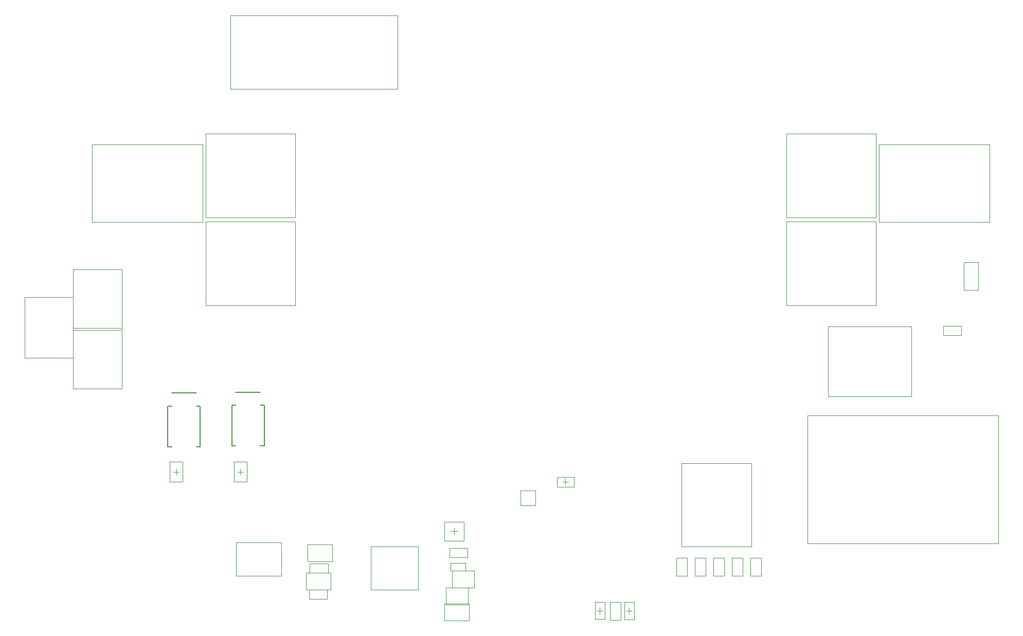
<source format=gbr>
%TF.GenerationSoftware,Altium Limited,Altium Designer,23.6.0 (18)*%
G04 Layer_Color=32768*
%FSLAX45Y45*%
%MOMM*%
%TF.SameCoordinates,CA757A27-890D-4031-9470-5F8B39CF6935*%
%TF.FilePolarity,Positive*%
%TF.FileFunction,Other,Mechanical_15*%
%TF.Part,Single*%
G01*
G75*
%TA.AperFunction,NonConductor*%
%ADD54C,0.05000*%
%ADD55C,0.10000*%
%ADD57C,0.15240*%
D54*
X4600598Y8085701D02*
Y9465698D01*
X6073102D01*
Y8085701D02*
Y9465698D01*
X4600598Y8085701D02*
X6073102D01*
X14508202Y4166199D02*
Y6273201D01*
Y4166199D02*
X17648199D01*
Y6273201D01*
X14508202D02*
X17648199D01*
X4219799Y5181700D02*
Y5511701D01*
X4009801Y5181700D02*
Y5511701D01*
X4219799D01*
X4009801Y5181700D02*
X4219799D01*
X4600600Y9533499D02*
Y10913501D01*
X6073099D01*
Y9533499D02*
Y10913501D01*
X4600600Y9533499D02*
X6073099D01*
X16737198Y7595799D02*
X17037202D01*
X16737198D02*
Y7745801D01*
X17037202D01*
Y7595799D02*
Y7745801D01*
X5010282Y12863499D02*
X7754122D01*
Y11649502D02*
Y12863499D01*
X5010282Y11649502D02*
X7754122D01*
X5010282D02*
Y12863499D01*
X10661640Y5101600D02*
Y5261600D01*
X10381641Y5101600D02*
Y5261600D01*
X10661640D01*
X10381641Y5101600D02*
X10661640D01*
X11007101Y2920700D02*
X11167100D01*
X11007101Y3200700D02*
X11167100D01*
Y2920700D02*
Y3200700D01*
X11007101Y2920700D02*
Y3200700D01*
X11430102Y2908037D02*
Y3201041D01*
X11252098D02*
X11430102D01*
X11252098Y2908037D02*
Y3201041D01*
Y2908037D02*
X11430102D01*
X11489700Y2918542D02*
X11649700D01*
X11489700Y3198541D02*
X11649700D01*
Y2918542D02*
Y3198541D01*
X11489700Y2918542D02*
Y3198541D01*
X14848700Y6587800D02*
X16213699D01*
X14848700D02*
Y7737800D01*
X16213699D01*
Y6587800D02*
Y7737800D01*
X5273899Y5181700D02*
Y5511696D01*
X5063901Y5181700D02*
Y5511696D01*
X5273899D01*
X5063901Y5181700D02*
X5273899D01*
X7318898Y3404199D02*
X8098902D01*
X7318898D02*
Y4114201D01*
X8098902D01*
Y3404199D02*
Y4114201D01*
X15630499Y8085699D02*
Y9465701D01*
X14158002Y8085699D02*
X15630499D01*
X14158002D02*
Y9465701D01*
X15630499D01*
X14158002Y10913501D02*
X15630499D01*
X14158002Y9533499D02*
Y10913501D01*
Y9533499D02*
X15630499D01*
Y10913501D01*
X13741502Y3638098D02*
Y3931102D01*
X13563498Y3638098D02*
X13741502D01*
X13563498D02*
Y3931102D01*
X13741502D01*
X13436702Y3638098D02*
Y3931102D01*
X13258698Y3638098D02*
X13436702D01*
X13258698D02*
Y3931102D01*
X13436702D01*
X13131902Y3638098D02*
Y3931102D01*
X12953899Y3638098D02*
X13131902D01*
X12953899D02*
Y3931102D01*
X13131902D01*
X12649098D02*
X12827103D01*
X12649098Y3638098D02*
Y3931102D01*
Y3638098D02*
X12827103D01*
Y3931102D01*
X12522302Y3638098D02*
Y3931102D01*
X12344298Y3638098D02*
X12522302D01*
X12344298D02*
Y3931102D01*
X12522302D01*
X8526800Y4526300D02*
X8846800D01*
X8526800Y4211300D02*
X8846800D01*
Y4526300D01*
X8526800Y4211300D02*
Y4526300D01*
X8913002Y3938199D02*
Y4088201D01*
X8612998D02*
X8913002D01*
X8612998Y3938199D02*
Y4088201D01*
Y3938199D02*
X8913002D01*
X8659200Y3441400D02*
X9019200D01*
X8659200D02*
Y3721400D01*
X9019200D01*
Y3441400D02*
Y3721400D01*
X8557600Y3162000D02*
X8917600D01*
X8557600D02*
Y3442000D01*
X8917600D01*
Y3162000D02*
Y3442000D01*
X8527799Y3175300D02*
X8935302D01*
Y2895300D02*
Y3175300D01*
X8527799Y2895300D02*
X8935302D01*
X8527799D02*
Y3175300D01*
X6253902Y3403300D02*
X6661399D01*
X6253902D02*
Y3683300D01*
X6661399D01*
Y3403300D02*
Y3683300D01*
X6614302Y3684199D02*
Y3834201D01*
X6314298D02*
X6614302D01*
X6314298Y3684199D02*
Y3834201D01*
Y3684199D02*
X6614302D01*
X6279302Y3873200D02*
X6686799D01*
X6279302D02*
Y4153200D01*
X6686799D01*
Y3873200D02*
Y4153200D01*
X5846201Y3636599D02*
Y4186601D01*
X5101199D02*
X5846201D01*
X5101199Y3636599D02*
Y4186601D01*
Y3636599D02*
X5846201D01*
X9783501Y4789902D02*
Y5039898D01*
X10028499D01*
Y4789902D02*
Y5039898D01*
X9783501Y4789902D02*
X10028499D01*
X17170650Y8799500D02*
X17220950D01*
X17078300Y8342300D02*
Y8799500D01*
Y8342300D02*
X17313300D01*
Y8799500D01*
X17078300D02*
X17170650D01*
X17220950D02*
X17313300D01*
X6597802Y3252399D02*
Y3402401D01*
X6297798D02*
X6597802D01*
X6297798Y3252399D02*
Y3402401D01*
Y3252399D02*
X6597802D01*
X8626302Y3720602D02*
X8874298D01*
X8626302D02*
Y3848598D01*
X8874298D01*
Y3720602D02*
Y3848598D01*
X12429800Y4115603D02*
X13579800D01*
Y5485602D01*
X12429800D02*
X13579800D01*
X12429800Y4115603D02*
Y5485602D01*
D55*
X4067302Y5346698D02*
X4162298D01*
X4114800Y5299200D02*
Y5394201D01*
X15684900Y9456500D02*
Y10736500D01*
X17504900D01*
Y9456500D02*
Y10736500D01*
X15684900Y9456500D02*
X17504900D01*
X10471643Y5181600D02*
X10571643D01*
X10521641Y5131603D02*
Y5231602D01*
X11087101Y3010703D02*
Y3110702D01*
X11037098Y3060700D02*
X11137098D01*
X11569700Y3008539D02*
Y3108539D01*
X11519703Y3058542D02*
X11619702D01*
X5121402Y5346698D02*
X5216398D01*
X5168900Y5299200D02*
Y5394196D01*
X8686800Y4318803D02*
Y4418802D01*
X8636803Y4368800D02*
X8736802D01*
X1619301Y7226402D02*
X2419299D01*
Y8226400D01*
X1619301D02*
X2419299D01*
X1619301Y7226402D02*
Y8226400D01*
X2419401Y7713599D02*
X3219399D01*
X2419401Y6713601D02*
Y7713599D01*
Y6713601D02*
X3219399D01*
Y7713599D01*
X2419401Y7678801D02*
X3219399D01*
Y8678799D01*
X2419401D02*
X3219399D01*
X2419401Y7678801D02*
Y8678799D01*
X2726200Y10736500D02*
X4546200D01*
X2726200Y9456500D02*
Y10736500D01*
Y9456500D02*
X4546200D01*
Y10736500D01*
D57*
X5497830Y5773420D02*
X5561330D01*
Y6443980D01*
X5497830D02*
X5561330D01*
X5093970Y6657340D02*
X5497830D01*
X5030470Y6443980D02*
X5093970D01*
X5030470Y5773420D02*
Y6443980D01*
Y5773420D02*
X5093970D01*
X3976370Y5760720D02*
X4039870D01*
X3976370D02*
Y6431280D01*
X4039870D01*
Y6644640D02*
X4443730D01*
Y6431280D02*
X4507230D01*
Y5760720D02*
Y6431280D01*
X4443730Y5760720D02*
X4507230D01*
%TF.MD5,65326e25f6c4ce864ab10afe2aef1965*%
M02*

</source>
